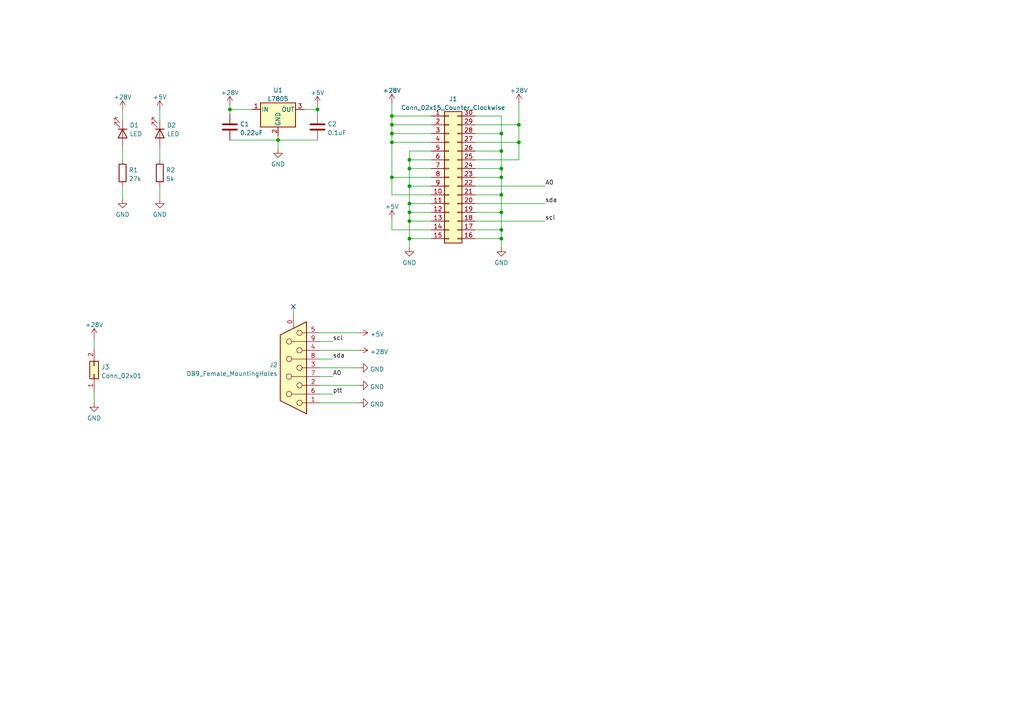
<source format=kicad_sch>
(kicad_sch (version 20211123) (generator eeschema)
  (paper "A4")
  (lib_symbols
    (symbol "Connector:DB9_Female_MountingHoles" (pin_names (offset 1.016) hide)
      (property "Reference" "J" (at 0 16.51 0))
      (property "Value" "DB9_Female_MountingHoles" (at 0 14.605 0))
      (symbol "DB9_Female_MountingHoles_0_1"
        (circle (center -1.778 -10.16) (radius 0.762))
        (circle (center -1.778 -5.08) (radius 0.762))
        (circle (center -1.778 0) (radius 0.762))
        (circle (center -1.778 5.08) (radius 0.762))
        (circle (center -1.778 10.16) (radius 0.762))
        (polyline (pts (xy -3.81 -10.16) (xy -2.54 -10.16)))
        (polyline (pts (xy -3.81 -7.62) (xy 0.508 -7.62)))
        (polyline (pts (xy -3.81 -5.08) (xy -2.54 -5.08)))
        (polyline (pts (xy -3.81 -2.54) (xy 0.508 -2.54)))
        (polyline (pts (xy -3.81 0) (xy -2.54 0)))
        (polyline (pts (xy -3.81 2.54) (xy 0.508 2.54)))
        (polyline (pts (xy -3.81 5.08) (xy -2.54 5.08)))
        (polyline (pts (xy -3.81 7.62) (xy 0.508 7.62)))
        (polyline (pts (xy -3.81 10.16) (xy -2.54 10.16)))
        (polyline (pts (xy -3.81 13.335) (xy -3.81 -13.335) (xy 3.81 -9.525) (xy 3.81 9.525) (xy -3.81 13.335)) (stroke (width 0.254)) (fill (type background)))
        (circle (center 1.27 -7.62) (radius 0.762))
        (circle (center 1.27 -2.54) (radius 0.762))
        (circle (center 1.27 2.54) (radius 0.762))
        (circle (center 1.27 7.62) (radius 0.762))
      )
      (symbol "DB9_Female_MountingHoles_1_1"
        (pin passive line (at 0 -15.24 90) (length 3.81) (name "PAD") (number "0"))
        (pin passive line (at -7.62 10.16 0) (length 3.81) (name "1") (number "1"))
        (pin passive line (at -7.62 5.08 0) (length 3.81) (name "2") (number "2"))
        (pin passive line (at -7.62 0 0) (length 3.81) (name "3") (number "3"))
        (pin passive line (at -7.62 -5.08 0) (length 3.81) (name "4") (number "4"))
        (pin passive line (at -7.62 -10.16 0) (length 3.81) (name "5") (number "5"))
        (pin passive line (at -7.62 7.62 0) (length 3.81) (name "6") (number "6"))
        (pin passive line (at -7.62 2.54 0) (length 3.81) (name "7") (number "7"))
        (pin passive line (at -7.62 -2.54 0) (length 3.81) (name "8") (number "8"))
        (pin passive line (at -7.62 -7.62 0) (length 3.81) (name "9") (number "9"))
      )
    )
    (symbol "Connector_Generic:Conn_02x01" (pin_names (offset 1.016) hide)
      (property "Reference" "J" (at 1.27 2.54 0))
      (property "Value" "Conn_02x01" (at 1.27 -2.54 0))
      (symbol "Conn_02x01_1_1"
        (rectangle (start -1.27 0.127) (end 0 -0.127) (stroke (width 0.1524)))
        (rectangle (start -1.27 1.27) (end 3.81 -1.27) (stroke (width 0.254)) (fill (type background)))
        (rectangle (start 3.81 0.127) (end 2.54 -0.127) (stroke (width 0.1524)))
        (pin passive line (at -5.08 0 0) (length 3.81) (name "Pin_1") (number "1"))
        (pin passive line (at 7.62 0 180) (length 3.81) (name "Pin_2") (number "2"))
      )
    )
    (symbol "Connector_Generic:Conn_02x15_Counter_Clockwise" (pin_names (offset 1.016) hide)
      (property "Reference" "J" (at 1.27 20.32 0))
      (property "Value" "Conn_02x15_Counter_Clockwise" (at 1.27 -20.32 0))
      (symbol "Conn_02x15_Counter_Clockwise_1_1"
        (rectangle (start -1.27 -17.653) (end 0 -17.907) (stroke (width 0.1524)))
        (rectangle (start -1.27 -15.113) (end 0 -15.367) (stroke (width 0.1524)))
        (rectangle (start -1.27 -12.573) (end 0 -12.827) (stroke (width 0.1524)))
        (rectangle (start -1.27 -10.033) (end 0 -10.287) (stroke (width 0.1524)))
        (rectangle (start -1.27 -7.493) (end 0 -7.747) (stroke (width 0.1524)))
        (rectangle (start -1.27 -4.953) (end 0 -5.207) (stroke (width 0.1524)))
        (rectangle (start -1.27 -2.413) (end 0 -2.667) (stroke (width 0.1524)))
        (rectangle (start -1.27 0.127) (end 0 -0.127) (stroke (width 0.1524)))
        (rectangle (start -1.27 2.667) (end 0 2.413) (stroke (width 0.1524)))
        (rectangle (start -1.27 5.207) (end 0 4.953) (stroke (width 0.1524)))
        (rectangle (start -1.27 7.747) (end 0 7.493) (stroke (width 0.1524)))
        (rectangle (start -1.27 10.287) (end 0 10.033) (stroke (width 0.1524)))
        (rectangle (start -1.27 12.827) (end 0 12.573) (stroke (width 0.1524)))
        (rectangle (start -1.27 15.367) (end 0 15.113) (stroke (width 0.1524)))
        (rectangle (start -1.27 17.907) (end 0 17.653) (stroke (width 0.1524)))
        (rectangle (start -1.27 19.05) (end 3.81 -19.05) (stroke (width 0.254)) (fill (type background)))
        (rectangle (start 3.81 -17.653) (end 2.54 -17.907) (stroke (width 0.1524)))
        (rectangle (start 3.81 -15.113) (end 2.54 -15.367) (stroke (width 0.1524)))
        (rectangle (start 3.81 -12.573) (end 2.54 -12.827) (stroke (width 0.1524)))
        (rectangle (start 3.81 -10.033) (end 2.54 -10.287) (stroke (width 0.1524)))
        (rectangle (start 3.81 -7.493) (end 2.54 -7.747) (stroke (width 0.1524)))
        (rectangle (start 3.81 -4.953) (end 2.54 -5.207) (stroke (width 0.1524)))
        (rectangle (start 3.81 -2.413) (end 2.54 -2.667) (stroke (width 0.1524)))
        (rectangle (start 3.81 0.127) (end 2.54 -0.127) (stroke (width 0.1524)))
        (rectangle (start 3.81 2.667) (end 2.54 2.413) (stroke (width 0.1524)))
        (rectangle (start 3.81 5.207) (end 2.54 4.953) (stroke (width 0.1524)))
        (rectangle (start 3.81 7.747) (end 2.54 7.493) (stroke (width 0.1524)))
        (rectangle (start 3.81 10.287) (end 2.54 10.033) (stroke (width 0.1524)))
        (rectangle (start 3.81 12.827) (end 2.54 12.573) (stroke (width 0.1524)))
        (rectangle (start 3.81 15.367) (end 2.54 15.113) (stroke (width 0.1524)))
        (rectangle (start 3.81 17.907) (end 2.54 17.653) (stroke (width 0.1524)))
        (pin passive line (at -5.08 17.78 0) (length 3.81) (name "Pin_1") (number "1"))
        (pin passive line (at -5.08 -5.08 0) (length 3.81) (name "Pin_10") (number "10"))
        (pin passive line (at -5.08 -7.62 0) (length 3.81) (name "Pin_11") (number "11"))
        (pin passive line (at -5.08 -10.16 0) (length 3.81) (name "Pin_12") (number "12"))
        (pin passive line (at -5.08 -12.7 0) (length 3.81) (name "Pin_13") (number "13"))
        (pin passive line (at -5.08 -15.24 0) (length 3.81) (name "Pin_14") (number "14"))
        (pin passive line (at -5.08 -17.78 0) (length 3.81) (name "Pin_15") (number "15"))
        (pin passive line (at 7.62 -17.78 180) (length 3.81) (name "Pin_16") (number "16"))
        (pin passive line (at 7.62 -15.24 180) (length 3.81) (name "Pin_17") (number "17"))
        (pin passive line (at 7.62 -12.7 180) (length 3.81) (name "Pin_18") (number "18"))
        (pin passive line (at 7.62 -10.16 180) (length 3.81) (name "Pin_19") (number "19"))
        (pin passive line (at -5.08 15.24 0) (length 3.81) (name "Pin_2") (number "2"))
        (pin passive line (at 7.62 -7.62 180) (length 3.81) (name "Pin_20") (number "20"))
        (pin passive line (at 7.62 -5.08 180) (length 3.81) (name "Pin_21") (number "21"))
        (pin passive line (at 7.62 -2.54 180) (length 3.81) (name "Pin_22") (number "22"))
        (pin passive line (at 7.62 0 180) (length 3.81) (name "Pin_23") (number "23"))
        (pin passive line (at 7.62 2.54 180) (length 3.81) (name "Pin_24") (number "24"))
        (pin passive line (at 7.62 5.08 180) (length 3.81) (name "Pin_25") (number "25"))
        (pin passive line (at 7.62 7.62 180) (length 3.81) (name "Pin_26") (number "26"))
        (pin passive line (at 7.62 10.16 180) (length 3.81) (name "Pin_27") (number "27"))
        (pin passive line (at 7.62 12.7 180) (length 3.81) (name "Pin_28") (number "28"))
        (pin passive line (at 7.62 15.24 180) (length 3.81) (name "Pin_29") (number "29"))
        (pin passive line (at -5.08 12.7 0) (length 3.81) (name "Pin_3") (number "3"))
        (pin passive line (at 7.62 17.78 180) (length 3.81) (name "Pin_30") (number "30"))
        (pin passive line (at -5.08 10.16 0) (length 3.81) (name "Pin_4") (number "4"))
        (pin passive line (at -5.08 7.62 0) (length 3.81) (name "Pin_5") (number "5"))
        (pin passive line (at -5.08 5.08 0) (length 3.81) (name "Pin_6") (number "6"))
        (pin passive line (at -5.08 2.54 0) (length 3.81) (name "Pin_7") (number "7"))
        (pin passive line (at -5.08 0 0) (length 3.81) (name "Pin_8") (number "8"))
        (pin passive line (at -5.08 -2.54 0) (length 3.81) (name "Pin_9") (number "9"))
      )
    )
    (symbol "Device:C" (pin_numbers hide) (pin_names (offset 0.254))
      (property "Reference" "C" (at 0.635 2.54 0))
      (property "Value" "C" (at 0.635 -2.54 0))
      (symbol "C_0_1"
        (polyline (pts (xy -2.032 -0.762) (xy 2.032 -0.762)) (stroke (width 0.508)))
        (polyline (pts (xy -2.032 0.762) (xy 2.032 0.762)) (stroke (width 0.508)))
      )
      (symbol "C_1_1"
        (pin passive line (at 0 3.81 270) (length 2.794) (name "~") (number "1"))
        (pin passive line (at 0 -3.81 90) (length 2.794) (name "~") (number "2"))
      )
    )
    (symbol "Device:LED" (pin_numbers hide) (pin_names (offset 1.016) hide)
      (property "Reference" "D" (at 0 2.54 0))
      (property "Value" "LED" (at 0 -2.54 0))
      (symbol "LED_0_1"
        (polyline (pts (xy -1.27 -1.27) (xy -1.27 1.27)) (stroke (width 0.254)))
        (polyline (pts (xy -1.27 0) (xy 1.27 0)))
        (polyline (pts (xy 1.27 -1.27) (xy 1.27 1.27) (xy -1.27 0) (xy 1.27 -1.27)) (stroke (width 0.254)))
        (polyline (pts (xy -3.048 -0.762) (xy -4.572 -2.286) (xy -3.81 -2.286) (xy -4.572 -2.286) (xy -4.572 -1.524)))
        (polyline (pts (xy -1.778 -0.762) (xy -3.302 -2.286) (xy -2.54 -2.286) (xy -3.302 -2.286) (xy -3.302 -1.524)))
      )
      (symbol "LED_1_1"
        (pin passive line (at -3.81 0 0) (length 2.54) (name "K") (number "1"))
        (pin passive line (at 3.81 0 180) (length 2.54) (name "A") (number "2"))
      )
    )
    (symbol "Device:R" (pin_numbers hide) (pin_names (offset 0))
      (property "Reference" "R" (at 2.032 0 90))
      (property "Value" "R" (at 0 0 90))
      (symbol "R_0_1"
        (rectangle (start -1.016 -2.54) (end 1.016 2.54) (stroke (width 0.254)))
      )
      (symbol "R_1_1"
        (pin passive line (at 0 3.81 270) (length 1.27) (name "~") (number "1"))
        (pin passive line (at 0 -3.81 90) (length 1.27) (name "~") (number "2"))
      )
    )
    (symbol "Regulator_Linear:L7805" (pin_names (offset 0.254))
      (property "Reference" "U" (at -3.81 3.175 0))
      (property "Value" "L7805" (at 0 3.175 0))
      (symbol "L7805_0_1"
        (rectangle (start -5.08 1.905) (end 5.08 -5.08) (stroke (width 0.254)) (fill (type background)))
      )
      (symbol "L7805_1_1"
        (pin power_in line (at -7.62 0 0) (length 2.54) (name "IN") (number "1"))
        (pin power_in line (at 0 -7.62 90) (length 2.54) (name "GND") (number "2"))
        (pin power_out line (at 7.62 0 180) (length 2.54) (name "OUT") (number "3"))
      )
    )
    (symbol "power:+28V" (power) (pin_names (offset 0))
      (property "Value" "+28V" (at 0 3.81 0))
      (symbol "+28V_0_1"
        (polyline (pts (xy -0.762 1.27) (xy 0 2.54)))
        (polyline (pts (xy 0 0) (xy 0 2.54)))
        (polyline (pts (xy 0 2.54) (xy 0.762 1.27)))
      )
      (symbol "+28V_1_1"
        (pin power_in line (at 0 0 90) (length 0) hide (name "+28V") (number "1"))
      )
    )
    (symbol "power:+5V" (power) (pin_names (offset 0))
      (property "Value" "+5V" (at 0 3.556 0))
      (symbol "+5V_0_1"
        (polyline (pts (xy -0.762 1.27) (xy 0 2.54)))
        (polyline (pts (xy 0 0) (xy 0 2.54)))
        (polyline (pts (xy 0 2.54) (xy 0.762 1.27)))
      )
      (symbol "+5V_1_1"
        (pin power_in line (at 0 0 90) (length 0) hide (name "+5V") (number "1"))
      )
    )
    (symbol "power:GND" (power) (pin_names (offset 0))
      (property "Value" "GND" (at 0 -3.81 0))
      (symbol "GND_0_1"
        (polyline (pts (xy 0 0) (xy 0 -1.27) (xy 1.27 -1.27) (xy 0 -2.54) (xy -1.27 -1.27) (xy 0 -1.27)))
      )
      (symbol "GND_1_1"
        (pin power_in line (at 0 0 270) (length 0) hide (name "GND") (number "1"))
      )
    )
  )
  (junction (at 118.745 46.355))
  (junction (at 113.665 51.435))
  (junction (at 92.075 31.75))
  (junction (at 145.415 61.595))
  (junction (at 145.415 48.895))
  (junction (at 118.745 61.595))
  (junction (at 113.665 41.275))
  (junction (at 118.745 48.895))
  (junction (at 113.665 38.735))
  (junction (at 145.415 66.675))
  (junction (at 80.645 40.64))
  (junction (at 145.415 56.515))
  (junction (at 150.495 41.275))
  (junction (at 145.415 69.215))
  (junction (at 145.415 43.815))
  (junction (at 113.665 33.655))
  (junction (at 145.415 38.735))
  (junction (at 145.415 51.435))
  (junction (at 66.675 31.75))
  (junction (at 118.745 64.135))
  (junction (at 118.745 69.215))
  (junction (at 113.665 36.195))
  (junction (at 118.745 59.055))
  (junction (at 118.745 53.975))
  (junction (at 150.495 36.195))
  (no_connect (at 85.09 88.9))
  (wire (pts (xy 137.795 43.815) (xy 145.415 43.815)))
  (wire (pts (xy 35.56 42.545) (xy 35.56 46.355)))
  (wire (pts (xy 66.675 30.48) (xy 66.675 31.75)))
  (wire (pts (xy 46.355 42.545) (xy 46.355 46.355)))
  (wire (pts (xy 35.56 53.975) (xy 35.56 57.785)))
  (wire (pts (xy 118.745 48.895) (xy 125.095 48.895)))
  (wire (pts (xy 113.665 51.435) (xy 125.095 51.435)))
  (wire (pts (xy 113.665 41.275) (xy 113.665 51.435)))
  (wire (pts (xy 113.665 33.655) (xy 125.095 33.655)))
  (wire (pts (xy 137.795 64.135) (xy 158.115 64.135)))
  (wire (pts (xy 150.495 41.275) (xy 150.495 36.195)))
  (wire (pts (xy 137.795 33.655) (xy 145.415 33.655)))
  (wire (pts (xy 92.71 116.84) (xy 104.14 116.84)))
  (wire (pts (xy 66.675 40.64) (xy 80.645 40.64)))
  (wire (pts (xy 137.795 66.675) (xy 145.415 66.675)))
  (wire (pts (xy 145.415 33.655) (xy 145.415 38.735)))
  (wire (pts (xy 113.665 56.515) (xy 125.095 56.515)))
  (wire (pts (xy 113.665 36.195) (xy 125.095 36.195)))
  (wire (pts (xy 150.495 46.355) (xy 150.495 41.275)))
  (wire (pts (xy 88.265 31.75) (xy 92.075 31.75)))
  (wire (pts (xy 137.795 61.595) (xy 145.415 61.595)))
  (wire (pts (xy 137.795 59.055) (xy 158.115 59.055)))
  (wire (pts (xy 80.645 40.64) (xy 80.645 43.18)))
  (wire (pts (xy 145.415 66.675) (xy 145.415 69.215)))
  (wire (pts (xy 113.665 63.5) (xy 113.665 66.675)))
  (wire (pts (xy 150.495 29.845) (xy 150.495 36.195)))
  (wire (pts (xy 92.71 101.6) (xy 104.14 101.6)))
  (wire (pts (xy 113.665 66.675) (xy 125.095 66.675)))
  (wire (pts (xy 92.71 111.76) (xy 104.14 111.76)))
  (wire (pts (xy 137.795 38.735) (xy 145.415 38.735)))
  (wire (pts (xy 125.095 41.275) (xy 113.665 41.275)))
  (wire (pts (xy 92.075 33.02) (xy 92.075 31.75)))
  (wire (pts (xy 46.355 31.75) (xy 46.355 34.925)))
  (wire (pts (xy 118.745 46.355) (xy 118.745 43.815)))
  (wire (pts (xy 145.415 43.815) (xy 145.415 48.895)))
  (wire (pts (xy 145.415 48.895) (xy 145.415 51.435)))
  (wire (pts (xy 118.745 53.975) (xy 125.095 53.975)))
  (wire (pts (xy 137.795 41.275) (xy 150.495 41.275)))
  (wire (pts (xy 113.665 36.195) (xy 113.665 33.655)))
  (wire (pts (xy 118.745 48.895) (xy 118.745 46.355)))
  (wire (pts (xy 113.665 29.845) (xy 113.665 33.655)))
  (wire (pts (xy 92.71 114.3) (xy 96.52 114.3)))
  (wire (pts (xy 145.415 69.215) (xy 145.415 71.755)))
  (wire (pts (xy 118.745 53.975) (xy 118.745 59.055)))
  (wire (pts (xy 66.675 31.75) (xy 66.675 33.02)))
  (wire (pts (xy 85.09 88.9) (xy 85.09 91.44)))
  (wire (pts (xy 118.745 59.055) (xy 118.745 61.595)))
  (wire (pts (xy 137.795 53.975) (xy 158.115 53.975)))
  (wire (pts (xy 92.075 30.48) (xy 92.075 31.75)))
  (wire (pts (xy 118.745 64.135) (xy 125.095 64.135)))
  (wire (pts (xy 145.415 51.435) (xy 145.415 56.515)))
  (wire (pts (xy 118.745 61.595) (xy 118.745 64.135)))
  (wire (pts (xy 137.795 69.215) (xy 145.415 69.215)))
  (wire (pts (xy 145.415 38.735) (xy 145.415 43.815)))
  (wire (pts (xy 35.56 31.75) (xy 35.56 34.925)))
  (wire (pts (xy 92.71 104.14) (xy 96.52 104.14)))
  (wire (pts (xy 27.305 97.79) (xy 27.305 100.965)))
  (wire (pts (xy 113.665 38.735) (xy 125.095 38.735)))
  (wire (pts (xy 46.355 53.975) (xy 46.355 57.785)))
  (wire (pts (xy 145.415 61.595) (xy 145.415 66.675)))
  (wire (pts (xy 145.415 56.515) (xy 145.415 61.595)))
  (wire (pts (xy 118.745 46.355) (xy 125.095 46.355)))
  (wire (pts (xy 92.71 96.52) (xy 104.14 96.52)))
  (wire (pts (xy 137.795 36.195) (xy 150.495 36.195)))
  (wire (pts (xy 113.665 38.735) (xy 113.665 36.195)))
  (wire (pts (xy 113.665 56.515) (xy 113.665 51.435)))
  (wire (pts (xy 118.745 43.815) (xy 125.095 43.815)))
  (wire (pts (xy 80.645 39.37) (xy 80.645 40.64)))
  (wire (pts (xy 92.71 109.22) (xy 96.52 109.22)))
  (wire (pts (xy 137.795 51.435) (xy 145.415 51.435)))
  (wire (pts (xy 113.665 41.275) (xy 113.665 38.735)))
  (wire (pts (xy 92.71 99.06) (xy 96.52 99.06)))
  (wire (pts (xy 118.745 69.215) (xy 118.745 71.755)))
  (wire (pts (xy 137.795 48.895) (xy 145.415 48.895)))
  (wire (pts (xy 92.075 40.64) (xy 80.645 40.64)))
  (wire (pts (xy 118.745 61.595) (xy 125.095 61.595)))
  (wire (pts (xy 137.795 56.515) (xy 145.415 56.515)))
  (wire (pts (xy 92.71 106.68) (xy 104.14 106.68)))
  (wire (pts (xy 27.305 113.665) (xy 27.305 116.84)))
  (wire (pts (xy 118.745 69.215) (xy 125.095 69.215)))
  (wire (pts (xy 125.095 59.055) (xy 118.745 59.055)))
  (wire (pts (xy 118.745 48.895) (xy 118.745 53.975)))
  (wire (pts (xy 137.795 46.355) (xy 150.495 46.355)))
  (wire (pts (xy 66.675 31.75) (xy 73.025 31.75)))
  (wire (pts (xy 118.745 64.135) (xy 118.745 69.215)))
  (label "sda" (at 158.115 59.055 0))
  (label "ptt" (at 96.52 114.3 0))
  (label "sda" (at 96.52 104.14 0))
  (label "A0" (at 158.115 53.975 0))
  (label "scl" (at 96.52 99.06 0))
  (label "A0" (at 96.52 109.22 0))
  (label "scl" (at 158.115 64.135 0))
  (symbol (lib_id "power:+28V") (at 35.56 31.75 0) (unit 1)
    (property "Reference" "#PWR05" (effects hide))
    (property "Value" "+28V" (at 35.56 28.1742 0))
  )
  (symbol (lib_id "power:+28V") (at 66.675 30.48 0) (unit 1)
    (property "Reference" "#PWR03" (effects hide))
    (property "Value" "+28V" (at 66.675 26.9042 0))
  )
  (symbol (lib_id "Device:LED") (at 46.355 38.735 270) (unit 1)
    (property "Reference" "D2" (at 48.387 36.3128 90) (effects (justify left)))
    (property "Value" "LED" (at 48.387 38.8497 90) (effects (justify left)))
    (property "Footprint" "LED_THT:LED_D3.0mm" (effects hide))
  )
  (symbol (lib_id "power:GND") (at 145.415 71.755 0) (unit 1)
    (property "Reference" "#PWR012" (effects hide))
    (property "Value" "GND" (at 145.415 76.1984 0))
  )
  (symbol (lib_id "power:+28V") (at 150.495 29.845 0) (unit 1)
    (property "Reference" "#PWR02" (effects hide))
    (property "Value" "+28V" (at 150.495 26.2692 0))
  )
  (symbol (lib_id "power:GND") (at 35.56 57.785 0) (unit 1)
    (property "Reference" "#PWR08" (effects hide))
    (property "Value" "GND" (at 35.56 62.2284 0))
  )
  (symbol (lib_id "Regulator_Linear:L7805") (at 80.645 31.75 0) (unit 1)
    (property "Reference" "U1" (at 80.645 26.1452 0))
    (property "Value" "L7805" (at 80.645 28.6821 0))
    (property "Footprint" "Package_TO_SOT_THT:TO-220-3_Vertical" (effects hide))
    (property "Datasheet" "http://www.st.com/content/ccc/resource/technical/document/datasheet/41/4f/b3/b0/12/d4/47/88/CD00000444.pdf/files/CD00000444.pdf/jcr:content/translations/en.CD00000444.pdf" (effects hide))
  )
  (symbol (lib_id "power:+28V") (at 104.14 101.6 270) (unit 1)
    (property "Reference" "#PWR013" (effects hide))
    (property "Value" "+28V" (at 107.315 102.0338 90) (effects (justify left)))
  )
  (symbol (lib_id "Device:R") (at 46.355 50.165 0) (unit 1)
    (property "Reference" "R2" (at 48.133 49.3303 0) (effects (justify left)))
    (property "Value" "5k" (at 48.133 51.8672 0) (effects (justify left)))
    (property "Footprint" "Resistor_SMD:R_0805_2012Metric_Pad1.20x1.40mm_HandSolder" (effects hide))
  )
  (symbol (lib_id "power:+5V") (at 46.355 31.75 0) (unit 1)
    (property "Reference" "#PWR06" (effects hide))
    (property "Value" "+5V" (at 46.355 28.1742 0))
  )
  (symbol (lib_id "power:GND") (at 80.645 43.18 0) (unit 1)
    (property "Reference" "#PWR07" (effects hide))
    (property "Value" "GND" (at 80.645 47.6234 0))
  )
  (symbol (lib_id "power:GND") (at 104.14 116.84 90) (unit 1)
    (property "Reference" "#PWR018" (effects hide))
    (property "Value" "GND" (at 107.315 117.2738 90) (effects (justify right)))
  )
  (symbol (lib_id "power:GND") (at 46.355 57.785 0) (unit 1)
    (property "Reference" "#PWR09" (effects hide))
    (property "Value" "GND" (at 46.355 62.2284 0))
  )
  (symbol (lib_id "power:GND") (at 104.14 106.68 90) (unit 1)
    (property "Reference" "#PWR015" (effects hide))
    (property "Value" "GND" (at 107.315 107.1138 90) (effects (justify right)))
  )
  (symbol (lib_id "Connector_Generic:Conn_02x15_Counter_Clockwise") (at 130.175 51.435 0) (unit 1)
    (property "Reference" "J1" (at 131.445 28.6852 0))
    (property "Value" "Conn_02x15_Counter_Clockwise" (at 131.445 31.2221 0))
    (property "Footprint" "Connector_PinHeader_1.27mm:PinHeader_2x15_P1.27mm_Vertical" (effects hide))
  )
  (symbol (lib_id "Device:C") (at 92.075 36.83 0) (unit 1)
    (property "Reference" "C2" (at 94.996 35.9953 0) (effects (justify left)))
    (property "Value" "0.1uF" (at 94.996 38.5322 0) (effects (justify left)))
    (property "Footprint" "Capacitor_SMD:C_0805_2012Metric_Pad1.18x1.45mm_HandSolder" (effects hide))
  )
  (symbol (lib_id "power:+5V") (at 92.075 30.48 0) (unit 1)
    (property "Reference" "#PWR04" (effects hide))
    (property "Value" "+5V" (at 92.075 26.9042 0))
  )
  (symbol (lib_id "Device:R") (at 35.56 50.165 0) (unit 1)
    (property "Reference" "R1" (at 37.338 49.3303 0) (effects (justify left)))
    (property "Value" "27k" (at 37.338 51.8672 0) (effects (justify left)))
    (property "Footprint" "Resistor_SMD:R_0805_2012Metric_Pad1.20x1.40mm_HandSolder" (effects hide))
  )
  (symbol (lib_id "Device:C") (at 66.675 36.83 0) (unit 1)
    (property "Reference" "C1" (at 69.596 35.9953 0) (effects (justify left)))
    (property "Value" "0.22uF" (at 69.596 38.5322 0) (effects (justify left)))
    (property "Footprint" "Capacitor_SMD:C_0805_2012Metric_Pad1.18x1.45mm_HandSolder" (effects hide))
  )
  (symbol (lib_id "Connector:DB9_Female_MountingHoles") (at 85.09 106.68 180) (unit 1)
    (property "Reference" "J2" (at 80.5181 105.8453 0) (effects (justify left)))
    (property "Value" "DB9_Female_MountingHoles" (at 80.5181 108.3822 0) (effects (justify left)))
    (property "Footprint" "Connector_Dsub:DSUB-9_Female_Horizontal_P2.77x2.84mm_EdgePinOffset4.94mm_Housed_MountingHolesOffset7.48mm" (effects hide))
    (property "Datasheet" " ~" (effects hide))
  )
  (symbol (lib_id "power:GND") (at 118.745 71.755 0) (unit 1)
    (property "Reference" "#PWR011" (effects hide))
    (property "Value" "GND" (at 118.745 76.1984 0))
  )
  (symbol (lib_id "power:+5V") (at 104.14 96.52 270) (unit 1)
    (property "Reference" "#PWR016" (effects hide))
    (property "Value" "+5V" (at 107.315 96.9538 90) (effects (justify left)))
  )
  (symbol (lib_id "Device:LED") (at 35.56 38.735 270) (unit 1)
    (property "Reference" "D1" (at 37.592 36.3128 90) (effects (justify left)))
    (property "Value" "LED" (at 37.592 38.8497 90) (effects (justify left)))
    (property "Footprint" "LED_THT:LED_D3.0mm" (effects hide))
  )
  (symbol (lib_id "power:GND") (at 104.14 111.76 90) (unit 1)
    (property "Reference" "#PWR017" (effects hide))
    (property "Value" "GND" (at 107.315 112.1938 90) (effects (justify right)))
  )
  (symbol (lib_id "Connector_Generic:Conn_02x01") (at 27.305 108.585 90) (unit 1)
    (property "Reference" "J3" (at 29.337 106.4803 90) (effects (justify right)))
    (property "Value" "Conn_02x01" (at 29.337 109.0172 90) (effects (justify right)))
    (property "Footprint" "Connector_AMASS:AMASS_XT60-F_1x02_P7.20mm_Vertical" (effects hide))
  )
  (symbol (lib_id "power:+28V") (at 113.665 29.845 0) (unit 1)
    (property "Reference" "#PWR01" (effects hide))
    (property "Value" "+28V" (at 113.665 26.2692 0))
  )
  (symbol (lib_id "power:GND") (at 27.305 116.84 0) (unit 1)
    (property "Reference" "#PWR019" (effects hide))
    (property "Value" "GND" (at 27.305 121.2834 0))
  )
  (symbol (lib_id "power:+5V") (at 113.665 63.5 0) (unit 1)
    (property "Reference" "#PWR010" (effects hide))
    (property "Value" "+5V" (at 113.665 59.9242 0))
  )
  (symbol (lib_id "power:+28V") (at 27.305 97.79 0) (unit 1)
    (property "Reference" "#PWR014" (effects hide))
    (property "Value" "+28V" (at 27.305 94.2142 0))
  )
)
</source>
